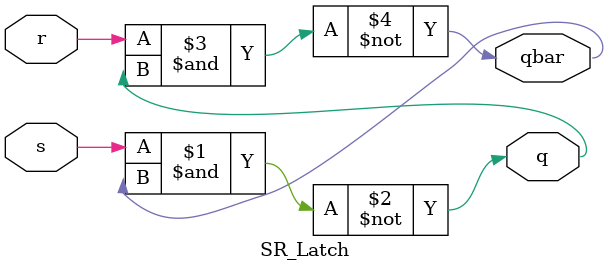
<source format=v>
`timescale 1ns / 1ps

module SR_Latch(
input s,r,
output q,qbar
    );
    
    assign q=~(s&(qbar));
    assign qbar=(~(r&q));
    
endmodule
</source>
